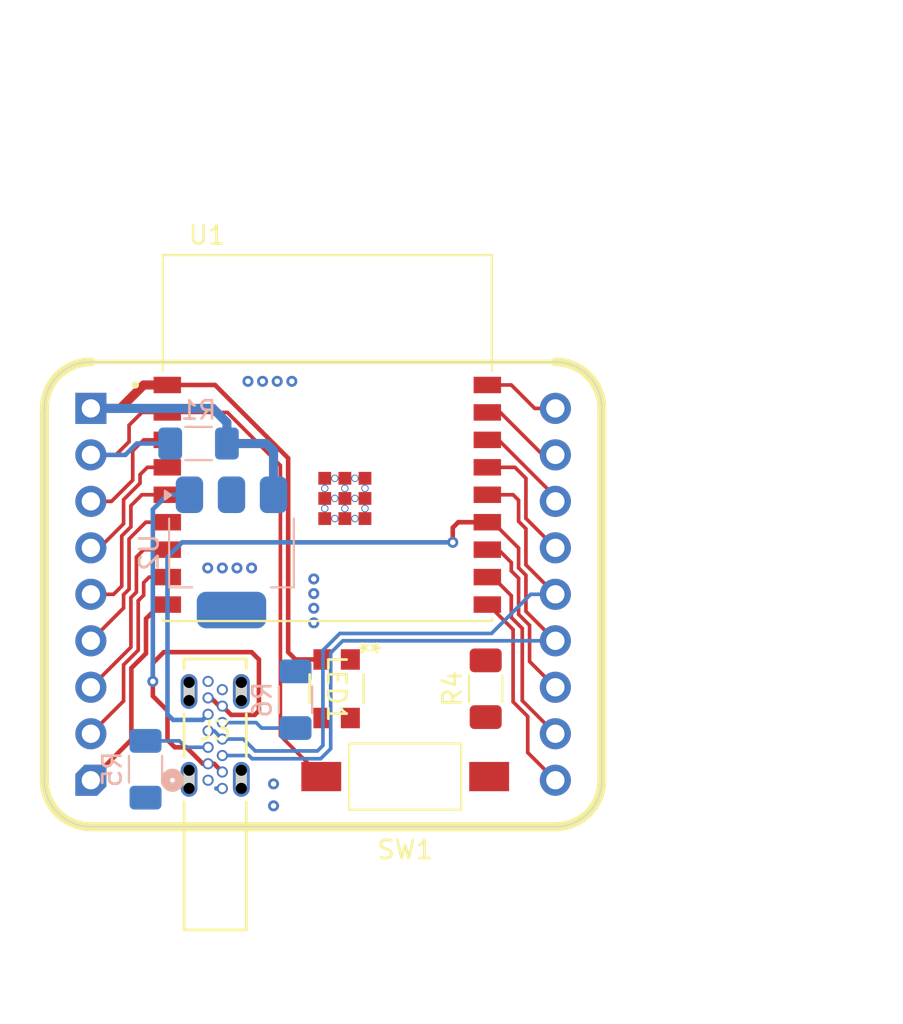
<source format=kicad_pcb>
(kicad_pcb (version 20240108) (generator "pcbnew") (generator_version "8.0")
  (layers (0 "F.Cu" signal) (1 "In1.Cu" signal) (2 "In2.Cu" signal) (31 "B.Cu" signal) (34 "B.Paste" user) (35 "F.Paste" user) (36 "B.SilkS" user "B.Silkscreen") (37 "F.SilkS" user "F.Silkscreen") (38 "B.Mask" user) (39 "F.Mask" user) (44 "Edge.Cuts" user))
  (net 0 "")
  (net 1 "GPIO3")
  (net 2 "GND")
  (net 3 "GPIO2")
  (net 4 "GPIO1")
  (net 5 "GPIO0")
  (net 6 "GPIO4")
  (net 7 "VBUS")
  (net 8 "GPIO7")
  (net 9 "USB_D+")
  (net 10 "UART-RX")
  (net 11 "USB_D-")
  (net 12 "GPIO5")
  (net 13 "GPIO8")
  (net 14 "UART-TX")
  (net 15 "GPIO10")
  (net 16 "EN")
  (net 17 "GPIO9")
  (net 18 "3V3")
  (net 19 "GPIO6")
  (net 21 "Net-(LED1-GND-Pad1)")
  (net 22 "Net-(J3-CC2)")
  (net 23 "Net-(J3-CC1)")
  (footprint "Alexander Footprint Library:ESP32-C3-WROOM-02-H4" (layer "F.Cu") (at 156.94 61.1)
    (property "Reference" "U1" (at -6.575 -11.085 0) (layer "F.SilkS"))
    (property "Value" "ESP32-C3-WROOM-02-N4")
    (fp_line (start -9 -10) (end -9 -3.67) (stroke (width 0.127)) (layer "F.SilkS"))
    (fp_line (start -9 10) (end -9 9.87) (stroke (width 0.127)) (layer "F.SilkS"))
    (fp_line (start -9 10) (end 9 10) (stroke (width 0.127)) (layer "F.SilkS"))
    (fp_line (start 9 -10) (end -9 -10) (stroke (width 0.127)) (layer "F.SilkS"))
    (fp_line (start 9 -3.67) (end 9 -10) (stroke (width 0.127)) (layer "F.SilkS"))
    (fp_line (start 9 10) (end 9 9.87) (stroke (width 0.127)) (layer "F.SilkS"))
    (fp_circle (center -10.5 -2.9) (end -10.4 -2.9) (stroke (width 0.2)) (fill none) (layer "F.SilkS"))
    (pad "1" smd rect (at -8.75 -2.9) (size 1.5 0.9) (layers "F.Cu" "F.Paste" "F.Mask") (net 18 "3V3"))
    (pad "2" smd rect (at -8.75 -1.4) (size 1.5 0.9) (layers "F.Cu" "F.Paste" "F.Mask") (net 16 "EN"))
    (pad "3" smd rect (at -8.75 0.1) (size 1.5 0.9) (layers "F.Cu" "F.Paste" "F.Mask") (net 6 "GPIO4"))
    (pad "4" smd rect (at -8.75 1.6) (size 1.5 0.9) (layers "F.Cu" "F.Paste" "F.Mask") (net 12 "GPIO5"))
    (pad "5" smd rect (at -8.75 3.1) (size 1.5 0.9) (layers "F.Cu" "F.Paste" "F.Mask") (net 19 "GPIO6"))
    (pad "6" smd rect (at -8.75 4.6) (size 1.5 0.9) (layers "F.Cu" "F.Paste" "F.Mask") (net 8 "GPIO7"))
    (pad "7" smd rect (at -8.75 6.1) (size 1.5 0.9) (layers "F.Cu" "F.Paste" "F.Mask") (net 13 "GPIO8"))
    (pad "8" smd rect (at -8.75 7.6) (size 1.5 0.9) (layers "F.Cu" "F.Paste" "F.Mask") (net 17 "GPIO9"))
    (pad "9" smd rect (at -8.75 9.1) (size 1.5 0.9) (layers "F.Cu" "F.Paste" "F.Mask") (net 2 "GND"))
    (pad "10" smd rect (at 8.75 9.1) (size 1.5 0.9) (layers "F.Cu" "F.Paste" "F.Mask") (net 15 "GPIO10"))
    (pad "11" smd rect (at 8.75 7.6) (size 1.5 0.9) (layers "F.Cu" "F.Paste" "F.Mask") (net 10 "UART-RX"))
    (pad "12" smd rect (at 8.75 6.1) (size 1.5 0.9) (layers "F.Cu" "F.Paste" "F.Mask") (net 14 "UART-TX"))
    (pad "13" smd rect (at 8.75 4.6) (size 1.5 0.9) (layers "F.Cu" "F.Paste" "F.Mask") (net 11 "USB_D-"))
    (pad "14" smd rect (at 8.75 3.1) (size 1.5 0.9) (layers "F.Cu" "F.Paste" "F.Mask") (net 9 "USB_D+"))
    (pad "15" smd rect (at 8.75 1.6) (size 1.5 0.9) (layers "F.Cu" "F.Paste" "F.Mask") (net 1 "GPIO3"))
    (pad "16" smd rect (at 8.75 0.1) (size 1.5 0.9) (layers "F.Cu" "F.Paste" "F.Mask") (net 3 "GPIO2"))
    (pad "17" smd rect (at 8.75 -1.4) (size 1.5 0.9) (layers "F.Cu" "F.Paste" "F.Mask") (net 4 "GPIO1"))
    (pad "18" smd rect (at 8.75 -2.9) (size 1.5 0.9) (layers "F.Cu" "F.Paste" "F.Mask") (net 5 "GPIO0"))
    (pad "19" smd rect (at -0.14 2.2) (size 0.7 0.7) (layers "F.Cu" "F.Paste" "F.Mask") (net 2 "GND"))
    (pad "20" smd rect (at 0.96 2.2) (size 0.7 0.7) (layers "F.Cu" "F.Paste" "F.Mask") (net 2 "GND"))
    (pad "21" smd rect (at 2.06 2.2) (size 0.7 0.7) (layers "F.Cu" "F.Paste" "F.Mask") (net 2 "GND"))
    (pad "22" smd rect (at -0.14 3.3) (size 0.7 0.7) (layers "F.Cu" "F.Paste" "F.Mask") (net 2 "GND"))
    (pad "23" smd rect (at 0.96 3.3) (size 0.7 0.7) (layers "F.Cu" "F.Paste" "F.Mask") (net 2 "GND"))
    (pad "24" smd rect (at 2.06 3.3) (size 0.7 0.7) (layers "F.Cu" "F.Paste" "F.Mask") (net 2 "GND"))
    (pad "25" smd rect (at -0.14 4.4) (size 0.7 0.7) (layers "F.Cu" "F.Paste" "F.Mask") (net 2 "GND"))
    (pad "26" smd rect (at 0.96 4.4) (size 0.7 0.7) (layers "F.Cu" "F.Paste" "F.Mask") (net 2 "GND"))
    (pad "27" smd rect (at 2.06 4.4) (size 0.7 0.7) (layers "F.Cu" "F.Paste" "F.Mask") (net 2 "GND"))
    (pad "28" thru_hole circle (at 0.41 2.2) (size 0.4 0.4) (drill 0.3) (layers "*.Cu") (net 2 "GND"))
    (pad "29" thru_hole circle (at 1.51 2.2) (size 0.4 0.4) (drill 0.3) (layers "*.Cu") (net 2 "GND"))
    (pad "30" thru_hole circle (at -0.14 2.75) (size 0.4 0.4) (drill 0.3) (layers "*.Cu") (net 2 "GND"))
    (pad "31" thru_hole circle (at 0.96 2.75) (size 0.4 0.4) (drill 0.3) (layers "*.Cu") (net 2 "GND"))
    (pad "32" thru_hole circle (at 2.06 2.75) (size 0.4 0.4) (drill 0.3) (layers "*.Cu") (net 2 "GND"))
    (pad "33" thru_hole circle (at 0.41 3.3) (size 0.4 0.4) (drill 0.3) (layers "*.Cu") (net 2 "GND"))
    (pad "34" thru_hole circle (at 1.51 3.3) (size 0.4 0.4) (drill 0.3) (layers "*.Cu") (net 2 "GND"))
    (pad "35" thru_hole circle (at -0.14 3.85) (size 0.4 0.4) (drill 0.3) (layers "*.Cu") (net 2 "GND"))
    (pad "36" thru_hole circle (at 0.96 3.85) (size 0.4 0.4) (drill 0.3) (layers "*.Cu") (net 2 "GND"))
    (pad "37" thru_hole circle (at 2.06 3.85) (size 0.4 0.4) (drill 0.3) (layers "*.Cu") (net 2 "GND"))
    (pad "38" thru_hole circle (at 0.41 4.4) (size 0.4 0.4) (drill 0.3) (layers "*.Cu") (net 2 "GND"))
    (pad "39" thru_hole circle (at 1.51 4.4) (size 0.4 0.4) (drill 0.3) (layers "*.Cu") (net 2 "GND"))
  )
  (footprint "Alexander Footprint Library:B1552_HVK-M" (layer "F.Cu") (at 157.449999 74.8002 -90)
    (property "Reference" "LED1" (at 0 0 -90) (layer "F.SilkS"))
    (property "Value" "LED-RED-GREEN-B1552USUG20D")
    (fp_line (start -0.777373 1.4732) (end 0.777373 1.4732) (stroke (width 0.1524)) (layer "F.SilkS"))
    (fp_line (start -0.777373 -1.4732) (end 0.777373 -1.4732) (stroke (width 0.1524)) (layer "F.SilkS"))
    (fp_text user "*" (at -2.2352 -1.8041 -90) (layer "F.SilkS"))
    (fp_text user "*" (at -2.2352 -1.8041 90) (layer "F.SilkS"))
    (pad "1" smd rect (at -1.6002 -0.750001 270) (size 1.1176 1.0414) (layers "F.Cu" "F.Paste" "F.Mask") (net 21 "Net-(LED1-GND-Pad1)"))
    (pad "2" smd rect (at -1.6002 0.750001 270) (size 1.1176 1.0414) (layers "F.Cu" "F.Paste" "F.Mask") (net 18 "3V3"))
    (pad "3" smd rect (at 1.6002 0.750001 270) (size 1.1176 1.0414) (layers "F.Cu" "F.Paste" "F.Mask"))
    (pad "4" smd rect (at 1.6002 -0.750001 270) (size 1.1176 1.0414) (layers "F.Cu" "F.Paste" "F.Mask") (net 21 "Net-(LED1-GND-Pad1)"))
  )
  (footprint "Alexander Footprint Library:USB-C_KUSBX-SL-CS1N14-B_KYC" (layer "F.Cu") (at 150.419999 79.799999)
    (property "Reference" "J3" (at 0.39 -2.7 0) (layer "F.SilkS"))
    (property "Value" "USB-C_KUSBX-SL-CS1N14-B")
    (fp_circle (center -1.9468 0) (end -1.5658 0) (stroke (width 0.508)) (fill none) (layer "B.SilkS"))
    (fp_line (start -1.3118 -6.627) (end -1.3118 -6.087007) (stroke (width 0.1524)) (layer "F.SilkS"))
    (fp_line (start -1.3118 -3.612992) (end -1.3118 -1.287007) (stroke (width 0.1524)) (layer "F.SilkS"))
    (fp_line (start -1.3118 1.187007) (end -1.3118 8.1812) (stroke (width 0.1524)) (layer "F.SilkS"))
    (fp_line (start -1.3118 8.1812) (end 2.0918 8.1812) (stroke (width 0.1524)) (layer "F.SilkS"))
    (fp_line (start 2.0918 -6.627) (end -1.3118 -6.627) (stroke (width 0.1524)) (layer "F.SilkS"))
    (fp_line (start 2.0918 -6.087007) (end 2.0918 -6.627) (stroke (width 0.1524)) (layer "F.SilkS"))
    (fp_line (start 2.0918 -1.287007) (end 2.0918 -3.612992) (stroke (width 0.1524)) (layer "F.SilkS"))
    (fp_line (start 2.0918 8.1812) (end 2.0918 1.187007) (stroke (width 0.1524)) (layer "F.SilkS"))
    (fp_line (start -1.04 -4.354699) (end -1.04 -5.345299) (stroke (width 0.6096)) (layer "Edge.Cuts"))
    (fp_line (start -1.04 0.4453) (end -1.04 -0.5453) (stroke (width 0.6096)) (layer "Edge.Cuts"))
    (fp_line (start 1.82 -4.354699) (end 1.82 -5.345299) (stroke (width 0.6096)) (layer "Edge.Cuts"))
    (fp_line (start 1.82 0.4453) (end 1.82 -0.5453) (stroke (width 0.6096)) (layer "Edge.Cuts"))
    (pad "" np_thru_hole circle (at -1.04 -5.345299) (size 0.6096 0.6096) (drill 0.6096) (layers))
    (pad "" np_thru_hole circle (at -1.04 -4.354699) (size 0.6096 0.6096) (drill 0.6096) (layers))
    (pad "" np_thru_hole circle (at -1.04 -0.5453) (size 0.6096 0.6096) (drill 0.6096) (layers))
    (pad "" np_thru_hole circle (at -1.04 0.4453) (size 0.6096 0.6096) (drill 0.6096) (layers))
    (pad "" np_thru_hole circle (at 1.82 -5.345299) (size 0.6096 0.6096) (drill 0.6096) (layers))
    (pad "" np_thru_hole circle (at 1.82 -4.354699) (size 0.6096 0.6096) (drill 0.6096) (layers))
    (pad "" np_thru_hole circle (at 1.82 -0.5453) (size 0.6096 0.6096) (drill 0.6096) (layers))
    (pad "" np_thru_hole circle (at 1.82 0.4453) (size 0.6096 0.6096) (drill 0.6096) (layers))
    (pad "A1" thru_hole circle (at 0 0) (size 0.6096 0.6096) (drill 0.4064) (layers "*.Cu" "*.Mask") (net 2 "GND"))
    (pad "A4" thru_hole circle (at 0 -0.900001) (size 0.6096 0.6096) (drill 0.4064) (layers "*.Cu" "*.Mask") (net 7 "VBUS"))
    (pad "A5" thru_hole circle (at 0 -1.799999) (size 0.6096 0.6096) (drill 0.4064) (layers "*.Cu" "*.Mask") (net 23 "Net-(J3-CC1)"))
    (pad "A6" thru_hole circle (at 0 -2.7) (size 0.6096 0.6096) (drill 0.4064) (layers "*.Cu" "*.Mask") (net 9 "USB_D+"))
    (pad "A7" thru_hole circle (at 0 -3.6) (size 0.6096 0.6096) (drill 0.4064) (layers "*.Cu" "*.Mask") (net 11 "USB_D-"))
    (pad "A9" thru_hole circle (at 0 -4.499999) (size 0.6096 0.6096) (drill 0.4064) (layers "*.Cu" "*.Mask") (net 7 "VBUS"))
    (pad "A12" thru_hole circle (at 0 -5.399999) (size 0.6096 0.6096) (drill 0.4064) (layers "*.Cu" "*.Mask") (net 2 "GND"))
    (pad "B1" thru_hole circle (at 0.780001 -4.949999) (size 0.6096 0.6096) (drill 0.4064) (layers "*.Cu" "*.Mask") (net 2 "GND"))
    (pad "B4" thru_hole circle (at 0.780001 -4.049999) (size 0.6096 0.6096) (drill 0.4064) (layers "*.Cu" "*.Mask") (net 7 "VBUS"))
    (pad "B5" thru_hole circle (at 0.780001 -3.149999) (size 0.6096 0.6096) (drill 0.4064) (layers "*.Cu" "*.Mask") (net 22 "Net-(J3-CC2)"))
    (pad "B6" thru_hole circle (at 0.780001 -2.249999) (size 0.6096 0.6096) (drill 0.4064) (layers "*.Cu" "*.Mask") (net 9 "USB_D+"))
    (pad "B7" thru_hole circle (at 0.780001 -1.349999) (size 0.6096 0.6096) (drill 0.4064) (layers "*.Cu" "*.Mask") (net 11 "USB_D-"))
    (pad "B9" thru_hole circle (at 0.780001 -0.449999) (size 0.6096 0.6096) (drill 0.4064) (layers "*.Cu" "*.Mask") (net 7 "VBUS"))
    (pad "B12" thru_hole circle (at 0.780001 0.450001) (size 0.6096 0.6096) (drill 0.4064) (layers "*.Cu" "*.Mask") (net 2 "GND"))
    (pad "S_1" thru_hole oval (at -1.04 -0.05 90) (size 1.905 0.9144) (drill 0.0254) (layers "*.Cu" "*.Mask"))
    (pad "S_2" thru_hole oval (at 1.82 -0.05 90) (size 1.905 0.9144) (drill 0.0254) (layers "*.Cu" "*.Mask"))
    (pad "S_3" thru_hole oval (at -1.04 -4.849999 90) (size 1.905 0.9144) (drill 0.0254) (layers "*.Cu" "*.Mask"))
    (pad "S_4" thru_hole oval (at 1.82 -4.849999 90) (size 1.905 0.9144) (drill 0.0254) (layers "*.Cu" "*.Mask"))
  )
  (footprint "Alexander Footprint Library:SW_SPST_6x3" (layer "F.Cu") (at 161.2 79.6 180)
    (property "Reference" "SW1" (at 0 -4 0) (layer "F.SilkS"))
    (property "Value" "SW_Push")
    (fp_line (start 3.06 1.81) (end -3.06 1.81) (stroke (width 0.12)) (layer "F.SilkS"))
    (fp_line (start 3.06 -1.81) (end 3.06 1.81) (stroke (width 0.12)) (layer "F.SilkS"))
    (fp_line (start -3.06 1.81) (end -3.06 -1.81) (stroke (width 0.12)) (layer "F.SilkS"))
    (fp_line (start -3.06 -1.81) (end 3.06 -1.81) (stroke (width 0.12)) (layer "F.SilkS"))
    (pad "1" smd rect (at -4.59 0 180) (size 2.18 1.6) (layers "F.Cu" "F.Paste" "F.Mask") (net 2 "GND"))
    (pad "2" smd rect (at 4.59 0 180) (size 2.18 1.6) (layers "F.Cu" "F.Paste" "F.Mask") (net 16 "EN"))
  )
  (footprint "Alexander Footprint Library:Conn_ESP32-C3-WROOM-02" (layer "F.Cu") (at 159.25 64.56)
    (property "Reference" "J2" (hide yes))
    (property "Value" "~")
    (fp_line (start -17.78 -5.08) (end -17.78 15.24) (stroke (width 0.5)) (layer "F.SilkS"))
    (fp_line (start -15.24 -7.62) (end 10.16 -7.62) (stroke (width 0.25)) (layer "F.SilkS"))
    (fp_line (start -15.24 17.78) (end 10.16 17.78) (stroke (width 0.5)) (layer "F.SilkS"))
    (fp_line (start 12.7 -5.08) (end 12.7 15.24) (stroke (width 0.5)) (layer "F.SilkS"))
    (fp_arc (start -17.78 -5.08) (mid -17.036051 -6.876051) (end -15.24 -7.62) (stroke (width 0.5)) (layer "F.SilkS"))
    (fp_arc (start -15.24 17.78) (mid -17.036051 17.036051) (end -17.78 15.24) (stroke (width 0.5)) (layer "F.SilkS"))
    (fp_arc (start 10.16 -7.62) (mid 11.956051 -6.876051) (end 12.7 -5.08) (stroke (width 0.5)) (layer "F.SilkS"))
    (fp_arc (start 12.7 15.24) (mid 11.956051 17.036051) (end 10.16 17.78) (stroke (width 0.5)) (layer "F.SilkS"))
    (fp_line (start -17.78 15.24) (end -17.78 -5.08) (stroke (width 0.05)) (layer "Edge.Cuts"))
    (fp_line (start -15.24 -7.62) (end 10.16 -7.62) (stroke (width 0.05)) (layer "Edge.Cuts"))
    (fp_line (start 10.16 17.78) (end -15.24 17.78) (stroke (width 0.05)) (layer "Edge.Cuts"))
    (fp_line (start 12.7 -5.08) (end 12.7 15.24) (stroke (width 0.05)) (layer "Edge.Cuts"))
    (fp_arc (start -17.78 -5.08) (mid -17.036051 -6.876051) (end -15.24 -7.62) (stroke (width 0.05)) (layer "Edge.Cuts"))
    (fp_arc (start -15.24 17.78) (mid -17.036051 17.036051) (end -17.78 15.24) (stroke (width 0.05)) (layer "Edge.Cuts"))
    (fp_arc (start 10.16 -7.62) (mid 11.956051 -6.876051) (end 12.7 -5.08) (stroke (width 0.05)) (layer "Edge.Cuts"))
    (fp_arc (start 12.7 15.24) (mid 11.956051 17.036051) (end 10.16 17.78) (stroke (width 0.05)) (layer "Edge.Cuts"))
    (pad "1" thru_hole rect (at -15.24 -5.08) (size 1.7 1.7) (drill 1) (layers "*.Cu" "*.Mask") (net 18 "3V3"))
    (pad "2" thru_hole circle (at -15.24 -2.54) (size 1.7 1.7) (drill 1) (layers "*.Cu" "*.Mask") (net 16 "EN"))
    (pad "3" thru_hole circle (at -15.24 0) (size 1.7 1.7) (drill 1) (layers "*.Cu" "*.Mask") (net 6 "GPIO4"))
    (pad "4" thru_hole circle (at -15.24 2.54) (size 1.7 1.7) (drill 1) (layers "*.Cu" "*.Mask") (net 12 "GPIO5"))
    (pad "5" thru_hole circle (at -15.24 5.08) (size 1.7 1.7) (drill 1) (layers "*.Cu" "*.Mask") (net 19 "GPIO6"))
    (pad "6" thru_hole circle (at -15.24 7.62) (size 1.7 1.7) (drill 1) (layers "*.Cu" "*.Mask") (net 8 "GPIO7"))
    (pad "7" thru_hole circle (at -15.24 10.16) (size 1.7 1.7) (drill 1) (layers "*.Cu" "*.Mask") (net 13 "GPIO8"))
    (pad "8" thru_hole circle (at -15.24 12.7) (size 1.7 1.7) (drill 1) (layers "*.Cu" "*.Mask") (net 17 "GPIO9"))
    (pad "9" thru_hole roundrect (at -15.24 15.24) (size 1.7 1.7) (drill 1) (layers "*.Cu" "*.Mask") (roundrect_rratio 0) (chamfer_ratio 0.3) (chamfer top_left bottom_right) (net 2 "GND"))
    (pad "10" thru_hole circle (at 10.16 15.24) (size 1.7 1.7) (drill 1) (layers "*.Cu" "*.Mask") (net 15 "GPIO10"))
    (pad "11" thru_hole circle (at 10.16 12.7) (size 1.7 1.7) (drill 1) (layers "*.Cu" "*.Mask") (net 10 "UART-RX"))
    (pad "12" thru_hole circle (at 10.16 10.16) (size 1.7 1.7) (drill 1) (layers "*.Cu" "*.Mask") (net 14 "UART-TX"))
    (pad "13" thru_hole circle (at 10.16 7.62) (size 1.7 1.7) (drill 1) (layers "*.Cu" "*.Mask") (net 11 "USB_D-"))
    (pad "14" thru_hole circle (at 10.16 5.08) (size 1.7 1.7) (drill 1) (layers "*.Cu" "*.Mask") (net 9 "USB_D+"))
    (pad "15" thru_hole circle (at 10.16 2.54) (size 1.7 1.7) (drill 1) (layers "*.Cu" "*.Mask") (net 1 "GPIO3"))
    (pad "16" thru_hole circle (at 10.16 0) (size 1.7 1.7) (drill 1) (layers "*.Cu" "*.Mask") (net 3 "GPIO2"))
    (pad "17" thru_hole circle (at 10.16 -2.54) (size 1.7 1.7) (drill 1) (layers "*.Cu" "*.Mask") (net 4 "GPIO1"))
    (pad "18" thru_hole circle (at 10.16 -5.08) (size 1.7 1.7) (drill 1) (layers "*.Cu" "*.Mask") (net 5 "GPIO0"))
  )
  (footprint "Resistor_SMD:R_1206_3216Metric_Pad1.30x1.75mm_HandSolder" (layer "F.Cu") (at 165.6 74.8 90)
    (property "Reference" "R4" (at 0 -1.82 90) (layer "F.SilkS"))
    (property "Value" "5k1")
    (fp_line (start -0.727064 -0.91) (end 0.727064 -0.91) (stroke (width 0.12)) (layer "F.SilkS"))
    (fp_line (start -0.727064 0.91) (end 0.727064 0.91) (stroke (width 0.12)) (layer "F.SilkS"))
    (pad "1" smd roundrect (at -1.55 0 90) (size 1.3 1.75) (layers "F.Cu" "F.Paste" "F.Mask") (roundrect_rratio 0.192308) (net 2 "GND"))
    (pad "2" smd roundrect (at 1.55 0 90) (size 1.3 1.75) (layers "F.Cu" "F.Paste" "F.Mask") (roundrect_rratio 0.192308) (net 21 "Net-(LED1-GND-Pad1)"))
  )
  (footprint "Package_TO_SOT_SMD:SOT-223-3_TabPin2" (layer "B.Cu") (at 151.7 67.35 -90)
    (property "Reference" "U2" (at 0 4.5 90) (layer "B.SilkS") (effects (justify mirror)))
    (property "Value" "AMS1117-3V3")
    (fp_line (start 1.91 3.41) (end -1.85 3.41) (stroke (width 0.12)) (layer "B.SilkS"))
    (fp_line (start 1.91 2.15) (end 1.91 3.41) (stroke (width 0.12)) (layer "B.SilkS"))
    (fp_line (start 1.91 -2.15) (end 1.91 -3.41) (stroke (width 0.12)) (layer "B.SilkS"))
    (fp_line (start 1.91 -3.41) (end -1.85 -3.41) (stroke (width 0.12)) (layer "B.SilkS"))
    (fp_poly (pts (xy -3.13 3.31) (xy -3.37 3.64) (xy -2.89 3.64) (xy -3.13 3.31)) (stroke (width 0.12)) (fill solid) (layer "B.SilkS"))
    (pad "1" smd roundrect (at -3.15 2.3 270) (size 2 1.5) (layers "B.Cu" "B.Paste" "B.Mask") (net 7 "VBUS"))
    (pad "2" smd roundrect (at -3.15 0 270) (size 2 1.5) (layers "B.Cu" "B.Paste" "B.Mask") (net 2 "GND"))
    (pad "2" smd roundrect (at 3.15 0 270) (size 2 3.8) (layers "B.Cu" "B.Paste" "B.Mask") (net 2 "GND"))
    (pad "3" smd roundrect (at -3.15 -2.3 270) (size 2 1.5) (layers "B.Cu" "B.Paste" "B.Mask") (net 18 "3V3"))
  )
  (footprint "Resistor_SMD:R_1206_3216Metric_Pad1.30x1.75mm_HandSolder" (layer "B.Cu") (at 149.9 61.4 180)
    (property "Reference" "R1" (at 0 1.82 0) (layer "B.SilkS") (effects (justify mirror)))
    (property "Value" "10k")
    (fp_line (start 0.727064 0.91) (end -0.727064 0.91) (stroke (width 0.12)) (layer "B.SilkS"))
    (fp_line (start 0.727064 -0.91) (end -0.727064 -0.91) (stroke (width 0.12)) (layer "B.SilkS"))
    (pad "1" smd roundrect (at -1.55 0 180) (size 1.3 1.75) (layers "B.Cu" "B.Paste" "B.Mask") (roundrect_rratio 0.192308) (net 18 "3V3"))
    (pad "2" smd roundrect (at 1.55 0 180) (size 1.3 1.75) (layers "B.Cu" "B.Paste" "B.Mask") (roundrect_rratio 0.192308) (net 16 "EN"))
  )
  (footprint "Resistor_SMD:R_1206_3216Metric_Pad1.30x1.75mm_HandSolder" (layer "B.Cu") (at 147 79.2 -90)
    (property "Reference" "R5" (at 0 1.82 90) (layer "B.SilkS") (effects (justify mirror)))
    (property "Value" "5k1")
    (fp_line (start 0.727064 0.91) (end -0.727064 0.91) (stroke (width 0.12)) (layer "B.SilkS"))
    (fp_line (start 0.727064 -0.91) (end -0.727064 -0.91) (stroke (width 0.12)) (layer "B.SilkS"))
    (pad "1" smd roundrect (at -1.55 0 270) (size 1.3 1.75) (layers "B.Cu" "B.Paste" "B.Mask") (roundrect_rratio 0.192308) (net 23 "Net-(J3-CC1)"))
    (pad "2" smd roundrect (at 1.55 0 270) (size 1.3 1.75) (layers "B.Cu" "B.Paste" "B.Mask") (roundrect_rratio 0.192308) (net 2 "GND"))
  )
  (footprint "Resistor_SMD:R_1206_3216Metric_Pad1.30x1.75mm_HandSolder" (layer "B.Cu") (at 155.2 75.4 -90)
    (property "Reference" "R6" (at 0 1.82 90) (layer "B.SilkS") (effects (justify mirror)))
    (property "Value" "5k1")
    (fp_line (start 0.727064 0.91) (end -0.727064 0.91) (stroke (width 0.12)) (layer "B.SilkS"))
    (fp_line (start 0.727064 -0.91) (end -0.727064 -0.91) (stroke (width 0.12)) (layer "B.SilkS"))
    (pad "1" smd roundrect (at -1.55 0 270) (size 1.3 1.75) (layers "B.Cu" "B.Paste" "B.Mask") (roundrect_rratio 0.192308) (net 2 "GND"))
    (pad "2" smd roundrect (at 1.55 0 270) (size 1.3 1.75) (layers "B.Cu" "B.Paste" "B.Mask") (roundrect_rratio 0.192308) (net 22 "Net-(J3-CC2)"))
  )
  (segment (start 167.2 62.7) (end 167.8 63.3) (width 0.2) (layer "F.Cu") (net 1))
  (segment (start 165.69 62.7) (end 167.2 62.7) (width 0.2) (layer "F.Cu") (net 1))
  (segment (start 167.8 63.3) (end 167.8 65.49) (width 0.2) (layer "F.Cu") (net 1))
  (segment (start 167.8 65.49) (end 169.41 67.1) (width 0.2) (layer "F.Cu") (net 1))
  (segment (start 147.025 70.975) (end 147.025 72.871726) (width 0.25) (layer "F.Cu") (net 2))
  (segment (start 148.19 70.2) (end 147.8 70.2) (width 0.25) (layer "F.Cu") (net 2))
  (segment (start 147.025 72.871726) (end 146.225 73.671726) (width 0.25) (layer "F.Cu") (net 2))
  (segment (start 165.55 79.36) (end 165.79 79.6) (width 0.25) (layer "F.Cu") (net 2))
  (segment (start 146.225 77.585) (end 144.01 79.8) (width 0.25) (layer "F.Cu") (net 2))
  (segment (start 147.8 70.2) (end 147.025 70.975) (width 0.25) (layer "F.Cu") (net 2))
  (segment (start 146.225 73.671726) (end 146.225 77.585) (width 0.25) (layer "F.Cu") (net 2))
  (via (at 151.2 68.2) (size 0.6) (drill 0.3) (layers "F.Cu" "B.Cu") (net 2))
  (via (at 153.4 58) (size 0.6) (drill 0.3) (layers "F.Cu" "B.Cu") (net 2))
  (via (at 156.2 71.2) (size 0.6) (drill 0.3) (layers "F.Cu" "B.Cu") (net 2))
  (via (at 152 68.2) (size 0.6) (drill 0.3) (layers "F.Cu" "B.Cu") (net 2))
  (via (at 156.2 69.6) (size 0.6) (drill 0.3) (layers "F.Cu" "B.Cu") (net 2))
  (via (at 154.2 58) (size 0.6) (drill 0.3) (layers "F.Cu" "B.Cu") (net 2))
  (via (at 154 81.2) (size 0.6) (drill 0.3) (layers "F.Cu" "B.Cu") (net 2))
  (via (at 152.6 58) (size 0.6) (drill 0.3) (layers "F.Cu" "B.Cu") (net 2))
  (via (at 154 80) (size 0.6) (drill 0.3) (layers "F.Cu" "B.Cu") (net 2))
  (via (at 156.2 70.4) (size 0.6) (drill 0.3) (layers "F.Cu" "B.Cu") (net 2))
  (via (at 156.2 68.8) (size 0.6) (drill 0.3) (layers "F.Cu" "B.Cu") (net 2))
  (via (at 152.8 68.2) (size 0.6) (drill 0.3) (layers "F.Cu" "B.Cu") (net 2))
  (via (at 155 58) (size 0.6) (drill 0.3) (layers "F.Cu" "B.Cu") (net 2))
  (via (at 150.4 68.2) (size 0.6) (drill 0.3) (layers "F.Cu" "B.Cu") (net 2))
  (segment (start 150.87 80.25) (end 151.2 80.25) (width 0.25) (layer "B.Cu") (net 2))
  (segment (start 165.69 61.2) (end 166.3 61.2) (width 0.2) (layer "F.Cu") (net 3))
  (segment (start 166.3 61.2) (end 169.41 64.31) (width 0.2) (layer "F.Cu") (net 3))
  (segment (start 169.41 64.31) (end 169.41 64.56) (width 0.2) (layer "F.Cu") (net 3))
  (segment (start 165.69 59.7) (end 166.4 59.7) (width 0.2) (layer "F.Cu") (net 4))
  (segment (start 166.4 59.7) (end 168.72 62.02) (width 0.2) (layer "F.Cu") (net 4))
  (segment (start 168.72 62.02) (end 169.41 62.02) (width 0.2) (layer "F.Cu") (net 4))
  (segment (start 168.28 59.48) (end 167 58.2) (width 0.2) (layer "F.Cu") (net 5))
  (segment (start 167 58.2) (end 165.69 58.2) (width 0.2) (layer "F.Cu") (net 5))
  (segment (start 169.41 59.48) (end 168.28 59.48) (width 0.2) (layer "F.Cu") (net 5))
  (segment (start 148.19 61.2) (end 146.9 61.2) (width 0.2) (layer "F.Cu") (net 6))
  (segment (start 146.9 61.2) (end 146.3 61.8) (width 0.2) (layer "F.Cu") (net 6))
  (segment (start 146.3 63.4) (end 145.14 64.56) (width 0.2) (layer "F.Cu") (net 6))
  (segment (start 146.3 61.8) (end 146.3 63.4) (width 0.2) (layer "F.Cu") (net 6))
  (segment (start 145.14 64.56) (end 144.01 64.56) (width 0.2) (layer "F.Cu") (net 6))
  (segment (start 150.582551 75.3) (end 151.032551 75.75) (width 0.25) (layer "F.Cu") (net 7))
  (segment (start 147.4 75.2) (end 148.2 76) (width 0.25) (layer "F.Cu") (net 7))
  (segment (start 151.6775 76.2275) (end 151.2 75.75) (width 0.25) (layer "F.Cu") (net 7))
  (segment (start 152.8 72.8) (end 153.2 73.2) (width 0.25) (layer "F.Cu") (net 7))
  (segment (start 153.2 73.2) (end 153.2 76) (width 0.25) (layer "F.Cu") (net 7))
  (segment (start 150.749998 78.899998) (end 150.419999 78.899998) (width 0.25) (layer "F.Cu") (net 7))
  (segment (start 148 72.8) (end 152.8 72.8) (width 0.25) (layer "F.Cu") (net 7))
  (segment (start 152.9725 76.2275) (end 151.6775 76.2275) (width 0.25) (layer "F.Cu") (net 7))
  (segment (start 148.2 76) (end 148.2 77.6) (width 0.25) (layer "F.Cu") (net 7))
  (segment (start 153.2 76) (end 152.9725 76.2275) (width 0.25) (layer "F.Cu") (net 7))
  (segment (start 151.032551 75.75) (end 151.2 75.75) (width 0.25) (layer "F.Cu") (net 7))
  (segment (start 147.4 74.4) (end 147.4 73.4) (width 0.25) (layer "F.Cu") (net 7))
  (segment (start 149.231498 78) (end 150.131496 78.899998) (width 0.25) (layer "F.Cu") (net 7))
  (segment (start 148.2 77.6) (end 148.6 78) (width 0.25) (layer "F.Cu") (net 7))
  (segment (start 150.131496 78.899998) (end 150.429325 78.899998) (width 0.25) (layer "F.Cu") (net 7))
  (segment (start 147.4 73.4) (end 148 72.8) (width 0.25) (layer "F.Cu") (net 7))
  (segment (start 150.749998 78.899998) (end 151.2 79.35) (width 0.25) (layer "F.Cu") (net 7))
  (segment (start 147.4 74.4) (end 147.4 75.2) (width 0.25) (layer "F.Cu") (net 7))
  (segment (start 148.6 78) (end 149.231498 78) (width 0.25) (layer "F.Cu") (net 7))
  (segment (start 150.419999 78.899998) (end 150.6 78.899998) (width 0.25) (layer "F.Cu") (net 7))
  (via (at 147.4 74.4) (size 0.6) (drill 0.3) (layers "F.Cu" "B.Cu") (net 7))
  (segment (start 148.2 64.2) (end 149.4 64.2) (width 0.25) (layer "B.Cu") (net 7))
  (segment (start 147.4 65) (end 148.2 64.2) (width 0.25) (layer "B.Cu") (net 7))
  (segment (start 147.4 74.4) (end 147.4 65) (width 0.25) (layer "B.Cu") (net 7))
  (segment (start 148.19 65.7) (end 147.015686 65.7) (width 0.2) (layer "F.Cu") (net 8))
  (segment (start 146.1 66.615686) (end 146.1 69.358628) (width 0.2) (layer "F.Cu") (net 8))
  (segment (start 146.1 69.358628) (end 145.8 69.658628) (width 0.2) (layer "F.Cu") (net 8))
  (segment (start 145.8 69.658628) (end 145.8 70.39) (width 0.2) (layer "F.Cu") (net 8))
  (segment (start 147.015686 65.7) (end 146.1 66.615686) (width 0.2) (layer "F.Cu") (net 8))
  (segment (start 145.8 70.39) (end 144.01 72.18) (width 0.2) (layer "F.Cu") (net 8))
  (segment (start 167.8 66.055686) (end 167.8 68.03) (width 0.2) (layer "F.Cu") (net 9))
  (segment (start 165.69 64.2) (end 167.1 64.2) (width 0.2) (layer "F.Cu") (net 9))
  (segment (start 167.8 68.03) (end 169.41 69.64) (width 0.2) (layer "F.Cu") (net 9))
  (segment (start 167.4 64.5) (end 167.4 65.655686) (width 0.2) (layer "F.Cu") (net 9))
  (segment (start 167.1 64.2) (end 167.4 64.5) (width 0.2) (layer "F.Cu") (net 9))
  (segment (start 167.4 65.655686) (end 167.8 66.055686) (width 0.2) (layer "F.Cu") (net 9))
  (segment (start 150.749999 77.099999) (end 151.2 77.55) (width 0.2) (layer "B.Cu") (net 9))
  (segment (start 165.92 71.78) (end 168.06 69.64) (width 0.2) (layer "B.Cu") (net 9))
  (segment (start 153 78.2) (end 156.4 78.2) (width 0.2) (layer "B.Cu") (net 9))
  (segment (start 156.4 78.2) (end 156.7 77.9) (width 0.2) (layer "B.Cu") (net 9))
  (segment (start 156.7 72.7) (end 157.62 71.78) (width 0.2) (layer "B.Cu") (net 9))
  (segment (start 151.2 77.55) (end 152.35 77.55) (width 0.2) (layer "B.Cu") (net 9))
  (segment (start 157.62 71.78) (end 165.92 71.78) (width 0.2) (layer "B.Cu") (net 9))
  (segment (start 156.7 77.9) (end 156.7 72.7) (width 0.2) (layer "B.Cu") (net 9))
  (segment (start 152.35 77.55) (end 153 78.2) (width 0.2) (layer "B.Cu") (net 9))
  (segment (start 150.419999 77.099999) (end 150.749999 77.099999) (width 0.2) (layer "B.Cu") (net 9))
  (segment (start 168.06 69.64) (end 169.41 69.64) (width 0.2) (layer "B.Cu") (net 9))
  (segment (start 167 69.71) (end 167 70.901372) (width 0.2) (layer "F.Cu") (net 10))
  (segment (start 167.6 71.501372) (end 167.6 75.45) (width 0.2) (layer "F.Cu") (net 10))
  (segment (start 165.99 68.7) (end 167 69.71) (width 0.2) (layer "F.Cu") (net 10))
  (segment (start 165.69 68.7) (end 165.99 68.7) (width 0.2) (layer "F.Cu") (net 10))
  (segment (start 167 70.901372) (end 167.6 71.501372) (width 0.2) (layer "F.Cu") (net 10))
  (segment (start 167.6 75.45) (end 169.41 77.26) (width 0.2) (layer "F.Cu") (net 10))
  (segment (start 164.1 65.7) (end 165.69 65.7) (width 0.25) (layer "F.Cu") (net 11))
  (segment (start 167.4 67.11) (end 167.4 68.195686) (width 0.2) (layer "F.Cu") (net 11))
  (segment (start 167.4 68.195686) (end 167.8 68.595686) (width 0.2) (layer "F.Cu") (net 11))
  (segment (start 163.8 66.8) (end 163.8 66) (width 0.25) (layer "F.Cu") (net 11))
  (segment (start 165.69 65.7) (end 165.99 65.7) (width 0.2) (layer "F.Cu") (net 11))
  (segment (start 167.8 68.595686) (end 167.8 70.57) (width 0.2) (layer "F.Cu") (net 11))
  (segment (start 165.99 65.7) (end 167.4 67.11) (width 0.2) (layer "F.Cu") (net 11))
  (segment (start 167.8 70.57) (end 169.41 72.18) (width 0.2) (layer "F.Cu") (net 11))
  (segment (start 163.8 66) (end 164.1 65.7) (width 0.25) (layer "F.Cu") (net 11))
  (via (at 163.8 66.8) (size 0.6) (drill 0.3) (layers "F.Cu" "B.Cu") (net 11))
  (segment (start 157.125 78.076041) (end 157.125 72.840686) (width 0.2) (layer "B.Cu") (net 11))
  (segment (start 148.504799 76.504799) (end 150.115199 76.504799) (width 0.25) (layer "B.Cu") (net 11))
  (segment (start 148.2 67.6) (end 148.2 76.2) (width 0.25) (layer "B.Cu") (net 11))
  (segment (start 148.2 76.2) (end 148.504799 76.504799) (width 0.25) (layer "B.Cu") (net 11))
  (segment (start 151.2 78.45) (end 152.648959 78.45) (width 0.2) (layer "B.Cu") (net 11))
  (segment (start 156.576041 78.625) (end 157.125 78.076041) (width 0.2) (layer "B.Cu") (net 11))
  (segment (start 157.785686 72.18) (end 169.41 72.18) (width 0.2) (layer "B.Cu") (net 11))
  (segment (start 163.8 66.8) (end 149 66.8) (width 0.25) (layer "B.Cu") (net 11))
  (segment (start 152.823959 78.625) (end 156.576041 78.625) (width 0.2) (layer "B.Cu") (net 11))
  (segment (start 150.115199 76.504799) (end 150.419999 76.199999) (width 0.25) (layer "B.Cu") (net 11))
  (segment (start 152.648959 78.45) (end 152.823959 78.625) (width 0.2) (layer "B.Cu") (net 11))
  (segment (start 157.125 72.840686) (end 157.785686 72.18) (width 0.2) (layer "B.Cu") (net 11))
  (segment (start 149 66.8) (end 148.2 67.6) (width 0.25) (layer "B.Cu") (net 11))
  (segment (start 148.19 62.7) (end 147.1 62.7) (width 0.2) (layer "F.Cu") (net 12))
  (segment (start 145.8 65.784314) (end 144.484314 67.1) (width 0.2) (layer "F.Cu") (net 12))
  (segment (start 146.7 63.1) (end 146.7 63.565686) (width 0.2) (layer "F.Cu") (net 12))
  (segment (start 146.7 63.565686) (end 145.8 64.465686) (width 0.2) (layer "F.Cu") (net 12))
  (segment (start 145.8 64.465686) (end 145.8 65.784314) (width 0.2) (layer "F.Cu") (net 12))
  (segment (start 144.484314 67.1) (end 144.01 67.1) (width 0.2) (layer "F.Cu") (net 12))
  (segment (start 147.1 62.7) (end 146.7 63.1) (width 0.2) (layer "F.Cu") (net 12))
  (segment (start 146.5 67.6) (end 146.499999 69.524314) (width 0.2) (layer "F.Cu") (net 13))
  (segment (start 148.19 67.2) (end 146.9 67.2) (width 0.2) (layer "F.Cu") (net 13))
  (segment (start 146.499999 69.524314) (end 146.2 69.824313) (width 0.2) (layer "F.Cu") (net 13))
  (segment (start 146.9 67.2) (end 146.5 67.6) (width 0.2) (layer "F.Cu") (net 13))
  (segment (start 146.2 69.824313) (end 146.2 72.53) (width 0.2) (layer "F.Cu") (net 13))
  (segment (start 146.2 72.53) (end 144.01 74.72) (width 0.2) (layer "F.Cu") (net 13))
  (segment (start 167.4 68.761372) (end 167.4 70.735686) (width 0.2) (layer "F.Cu") (net 14))
  (segment (start 167.4 70.735686) (end 168 71.335686) (width 0.2) (layer "F.Cu") (net 14))
  (segment (start 165.69 67.2) (end 166.3 67.2) (width 0.2) (layer "F.Cu") (net 14))
  (segment (start 167 68.361372) (end 167.4 68.761372) (width 0.2) (layer "F.Cu") (net 14))
  (segment (start 168 71.335686) (end 168 73.31) (width 0.2) (layer "F.Cu") (net 14))
  (segment (start 167 67.9) (end 167 68.361372) (width 0.2) (layer "F.Cu") (net 14))
  (segment (start 166.3 67.2) (end 167 67.9) (width 0.2) (layer "F.Cu") (net 14))
  (segment (start 168 73.31) (end 169.41 74.72) (width 0.2) (layer "F.Cu") (net 14))
  (segment (start 167.9 76.315686) (end 167.9 78.29) (width 0.2) (layer "F.Cu") (net 15))
  (segment (start 165.732942 70.2) (end 167.1 71.567058) (width 0.2) (layer "F.Cu") (net 15))
  (segment (start 167.9 78.29) (end 169.41 79.8) (width 0.2) (layer "F.Cu") (net 15))
  (segment (start 165.69 70.2) (end 165.732942 70.2) (width 0.2) (layer "F.Cu") (net 15))
  (segment (start 167.1 71.567058) (end 167.1 75.515686) (width 0.2) (layer "F.Cu") (net 15))
  (segment (start 167.1 75.515686) (end 167.9 76.315686) (width 0.2) (layer "F.Cu") (net 15))
  (segment (start 151.475 59.7) (end 148.19 59.7) (width 0.2) (layer "F.Cu") (net 16))
  (segment (start 154.375 62.6) (end 151.475 59.7) (width 0.2) (layer "F.Cu") (net 16))
  (segment (start 146.8 59.7) (end 146.1 60.4) (width 0.2) (layer "F.Cu") (net 16))
  (segment (start 145.38 62.02) (end 144.01 62.02) (width 0.2) (layer "F.Cu") (net 16))
  (segment (start 154.375 77.365) (end 154.375 62.6) (width 0.2) (layer "F.Cu") (net 16))
  (segment (start 156.61 79.6) (end 154.375 77.365) (width 0.2) (layer "F.Cu") (net 16))
  (segment (start 146.1 60.4) (end 146.1 61.3) (width 0.2) (layer "F.Cu") (net 16))
  (segment (start 148.19 59.7) (end 146.8 59.7) (width 0.2) (layer "F.Cu") (net 16))
  (segment (start 146.1 61.3) (end 145.38 62.02) (width 0.2) (layer "F.Cu") (net 16))
  (segment (start 148.35 61.4) (end 146.52 61.4) (width 0.25) (layer "B.Cu") (net 16))
  (segment (start 144.01 62.02) (end 145.9 62.02) (width 0.25) (layer "B.Cu") (net 16))
  (segment (start 146.52 61.4) (end 145.9 62.02) (width 0.25) (layer "B.Cu") (net 16))
  (segment (start 148.19 68.7) (end 147.2 68.7) (width 0.2) (layer "F.Cu") (net 17))
  (segment (start 145.8 75.47) (end 144.01 77.26) (width 0.2) (layer "F.Cu") (net 17))
  (segment (start 146.6 72.695686) (end 145.8 73.495686) (width 0.2) (layer "F.Cu") (net 17))
  (segment (start 147.2 68.7) (end 146.9 69) (width 0.2) (layer "F.Cu") (net 17))
  (segment (start 146.9 69) (end 146.9 69.69) (width 0.2) (layer "F.Cu") (net 17))
  (segment (start 146.665685 69.924314) (end 146.6 69.989999) (width 0.2) (layer "F.Cu") (net 17))
  (segment (start 145.8 73.495686) (end 145.8 75.47) (width 0.2) (layer "F.Cu") (net 17))
  (segment (start 146.6 69.989999) (end 146.6 72.695686) (width 0.2) (layer "F.Cu") (net 17))
  (segment (start 146.9 69.69) (end 146.665685 69.924314) (width 0.2) (layer "F.Cu") (net 17))
  (segment (start 150.8 58.2) (end 154.8 62.2) (width 0.25) (layer "F.Cu") (net 18))
  (segment (start 146.9 58.2) (end 145.62 59.48) (width 0.5) (layer "F.Cu") (net 18))
  (segment (start 154.8 72.8) (end 155.2 73.2) (width 0.25) (layer "F.Cu") (net 18))
  (segment (start 154.8 62.2) (end 154.8 72.8) (width 0.25) (layer "F.Cu") (net 18))
  (segment (start 145.62 59.48) (end 144.01 59.48) (width 0.5) (layer "F.Cu") (net 18))
  (segment (start 148.19 58.2) (end 146.9 58.2) (width 0.5) (layer "F.Cu") (net 18))
  (segment (start 155.2 73.2) (end 156.699998 73.2) (width 0.25) (layer "F.Cu") (net 18))
  (segment (start 148.19 58.2) (end 150.8 58.2) (width 0.25) (layer "F.Cu") (net 18))
  (segment (start 154 61.8) (end 154 64.2) (width 0.5) (layer "B.Cu") (net 18))
  (segment (start 151.45 61.4) (end 153.6 61.4) (width 0.5) (layer "B.Cu") (net 18))
  (segment (start 150.68 59.48) (end 151.45 60.25) (width 0.5) (layer "B.Cu") (net 18))
  (segment (start 153.6 61.4) (end 154 61.8) (width 0.5) (layer "B.Cu") (net 18))
  (segment (start 144.01 59.48) (end 150.68 59.48) (width 0.5) (layer "B.Cu") (net 18))
  (segment (start 151.45 60.25) (end 151.45 61.4) (width 0.5) (layer "B.Cu") (net 18))
  (segment (start 146.2 64.8) (end 146.2 65.95) (width 0.2) (layer "F.Cu") (net 19))
  (segment (start 145.7 69.192942) (end 145.252942 69.64) (width 0.2) (layer "F.Cu") (net 19))
  (segment (start 148.19 64.2) (end 146.8 64.2) (width 0.2) (layer "F.Cu") (net 19))
  (segment (start 145.7 66.45) (end 145.7 69.192942) (width 0.2) (layer "F.Cu") (net 19))
  (segment (start 145.252942 69.64) (end 144.01 69.64) (width 0.2) (layer "F.Cu") (net 19))
  (segment (start 146.2 65.95) (end 145.7 66.45) (width 0.2) (layer "F.Cu") (net 19))
  (segment (start 146.8 64.2) (end 146.2 64.8) (width 0.2) (layer "F.Cu") (net 19))
  (segment (start 153.35 76.95) (end 155.2 76.95) (width 0.2) (layer "B.Cu") (net 22))
  (segment (start 151.2 76.65) (end 153.05 76.65) (width 0.2) (layer "B.Cu") (net 22))
  (segment (start 153.05 76.65) (end 153.35 76.95) (width 0.2) (layer "B.Cu") (net 22))
  (segment (start 150.419999 78) (end 149.2 78) (width 0.2) (layer "B.Cu") (net 23))
  (segment (start 149.2 78) (end 148.85 77.65) (width 0.2) (layer "B.Cu") (net 23))
  (segment (start 148.85 77.65) (end 147 77.65) (width 0.2) (layer "B.Cu") (net 23))
)
</source>
